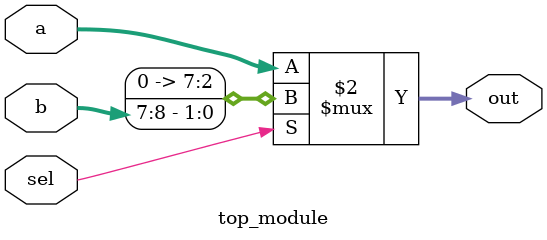
<source format=sv>
module top_module (
    input sel,
    input [7:0] a,
    input [7:8] b,
    output [7:0] out
);

    assign out = sel ? b : a ;

endmodule

</source>
